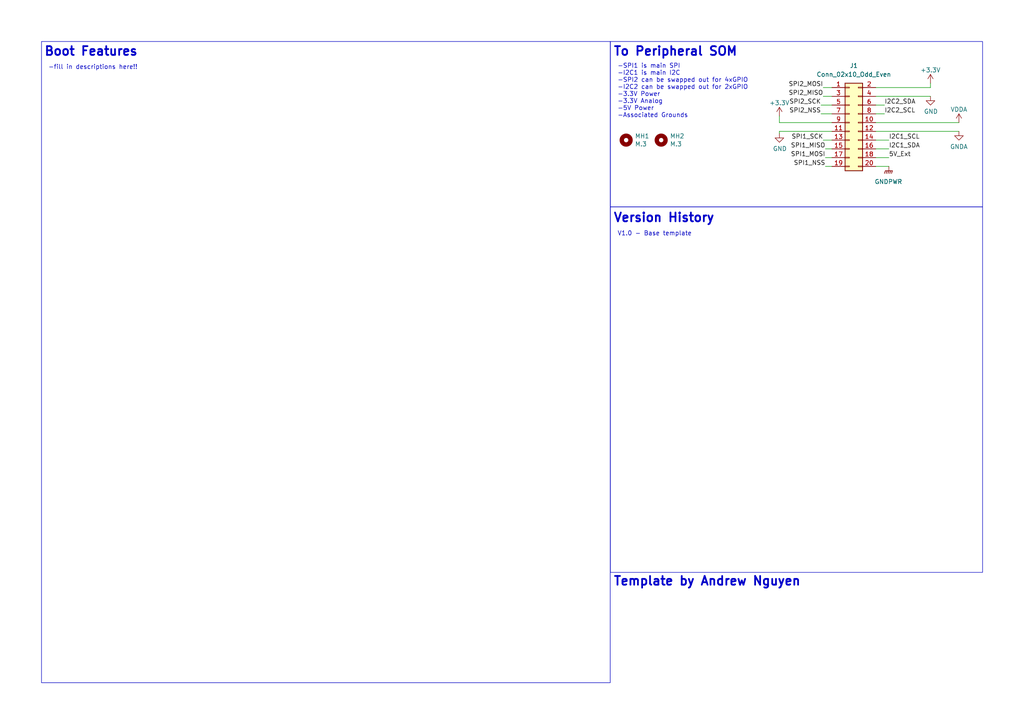
<source format=kicad_sch>
(kicad_sch (version 20230121) (generator eeschema)
  (paper "A4")
  (lib_symbols
    (symbol "Connector_Generic:Conn_02x10_Odd_Even" (pin_names (offset 1.016) hide)
      (property "Reference" "J" (at 1.27 12.7 0))
      (property "Value" "Conn_02x10_Odd_Even" (at 1.27 -15.24 0))
      (symbol "Conn_02x10_Odd_Even_1_1"
        (rectangle (start -1.27 -12.573) (end 0 -12.827) (stroke (width 0.1524)))
        (rectangle (start -1.27 -10.033) (end 0 -10.287) (stroke (width 0.1524)))
        (rectangle (start -1.27 -7.493) (end 0 -7.747) (stroke (width 0.1524)))
        (rectangle (start -1.27 -4.953) (end 0 -5.207) (stroke (width 0.1524)))
        (rectangle (start -1.27 -2.413) (end 0 -2.667) (stroke (width 0.1524)))
        (rectangle (start -1.27 0.127) (end 0 -0.127) (stroke (width 0.1524)))
        (rectangle (start -1.27 2.667) (end 0 2.413) (stroke (width 0.1524)))
        (rectangle (start -1.27 5.207) (end 0 4.953) (stroke (width 0.1524)))
        (rectangle (start -1.27 7.747) (end 0 7.493) (stroke (width 0.1524)))
        (rectangle (start -1.27 10.287) (end 0 10.033) (stroke (width 0.1524)))
        (rectangle (start -1.27 11.43) (end 3.81 -13.97) (stroke (width 0.254)) (fill (type background)))
        (rectangle (start 3.81 -12.573) (end 2.54 -12.827) (stroke (width 0.1524)))
        (rectangle (start 3.81 -10.033) (end 2.54 -10.287) (stroke (width 0.1524)))
        (rectangle (start 3.81 -7.493) (end 2.54 -7.747) (stroke (width 0.1524)))
        (rectangle (start 3.81 -4.953) (end 2.54 -5.207) (stroke (width 0.1524)))
        (rectangle (start 3.81 -2.413) (end 2.54 -2.667) (stroke (width 0.1524)))
        (rectangle (start 3.81 0.127) (end 2.54 -0.127) (stroke (width 0.1524)))
        (rectangle (start 3.81 2.667) (end 2.54 2.413) (stroke (width 0.1524)))
        (rectangle (start 3.81 5.207) (end 2.54 4.953) (stroke (width 0.1524)))
        (rectangle (start 3.81 7.747) (end 2.54 7.493) (stroke (width 0.1524)))
        (rectangle (start 3.81 10.287) (end 2.54 10.033) (stroke (width 0.1524)))
        (pin passive line (at -5.08 10.16 0) (length 3.81) (name "Pin_1") (number "1"))
        (pin passive line (at 7.62 0 180) (length 3.81) (name "Pin_10") (number "10"))
        (pin passive line (at -5.08 -2.54 0) (length 3.81) (name "Pin_11") (number "11"))
        (pin passive line (at 7.62 -2.54 180) (length 3.81) (name "Pin_12") (number "12"))
        (pin passive line (at -5.08 -5.08 0) (length 3.81) (name "Pin_13") (number "13"))
        (pin passive line (at 7.62 -5.08 180) (length 3.81) (name "Pin_14") (number "14"))
        (pin passive line (at -5.08 -7.62 0) (length 3.81) (name "Pin_15") (number "15"))
        (pin passive line (at 7.62 -7.62 180) (length 3.81) (name "Pin_16") (number "16"))
        (pin passive line (at -5.08 -10.16 0) (length 3.81) (name "Pin_17") (number "17"))
        (pin passive line (at 7.62 -10.16 180) (length 3.81) (name "Pin_18") (number "18"))
        (pin passive line (at -5.08 -12.7 0) (length 3.81) (name "Pin_19") (number "19"))
        (pin passive line (at 7.62 10.16 180) (length 3.81) (name "Pin_2") (number "2"))
        (pin passive line (at 7.62 -12.7 180) (length 3.81) (name "Pin_20") (number "20"))
        (pin passive line (at -5.08 7.62 0) (length 3.81) (name "Pin_3") (number "3"))
        (pin passive line (at 7.62 7.62 180) (length 3.81) (name "Pin_4") (number "4"))
        (pin passive line (at -5.08 5.08 0) (length 3.81) (name "Pin_5") (number "5"))
        (pin passive line (at 7.62 5.08 180) (length 3.81) (name "Pin_6") (number "6"))
        (pin passive line (at -5.08 2.54 0) (length 3.81) (name "Pin_7") (number "7"))
        (pin passive line (at 7.62 2.54 180) (length 3.81) (name "Pin_8") (number "8"))
        (pin passive line (at -5.08 0 0) (length 3.81) (name "Pin_9") (number "9"))
      )
    )
    (symbol "Mechanical:MountingHole" (pin_names (offset 1.016))
      (property "Reference" "H" (at 0 5.08 0))
      (property "Value" "MountingHole" (at 0 3.175 0))
      (symbol "MountingHole_0_1"
        (circle (center 0 0) (radius 1.27) (stroke (width 1.27)))
      )
    )
    (symbol "power:+3.3V" (power) (pin_names (offset 0))
      (property "Value" "+3.3V" (at 0 3.556 0))
      (symbol "+3.3V_0_1"
        (polyline (pts (xy -0.762 1.27) (xy 0 2.54)))
        (polyline (pts (xy 0 0) (xy 0 2.54)))
        (polyline (pts (xy 0 2.54) (xy 0.762 1.27)))
      )
      (symbol "+3.3V_1_1"
        (pin power_in line (at 0 0 90) (length 0) hide (name "+3.3V") (number "1"))
      )
    )
    (symbol "power:GND" (power) (pin_names (offset 0))
      (property "Value" "GND" (at 0 -3.81 0))
      (symbol "GND_0_1"
        (polyline (pts (xy 0 0) (xy 0 -1.27) (xy 1.27 -1.27) (xy 0 -2.54) (xy -1.27 -1.27) (xy 0 -1.27)))
      )
      (symbol "GND_1_1"
        (pin power_in line (at 0 0 270) (length 0) hide (name "GND") (number "1"))
      )
    )
    (symbol "power:GNDA" (power) (pin_names (offset 0))
      (property "Value" "GNDA" (at 0 -3.81 0))
      (symbol "GNDA_0_1"
        (polyline (pts (xy 0 0) (xy 0 -1.27) (xy 1.27 -1.27) (xy 0 -2.54) (xy -1.27 -1.27) (xy 0 -1.27)))
      )
      (symbol "GNDA_1_1"
        (pin power_in line (at 0 0 270) (length 0) hide (name "GNDA") (number "1"))
      )
    )
    (symbol "power:GNDPWR" (power) (pin_names (offset 0))
      (property "Value" "GNDPWR" (at 0 -3.302 0))
      (symbol "GNDPWR_0_1"
        (polyline (pts (xy 0 -1.27) (xy 0 0)))
        (polyline (pts (xy -1.016 -1.27) (xy -1.27 -2.032) (xy -1.27 -2.032)) (stroke (width 0.2032)))
        (polyline (pts (xy -0.508 -1.27) (xy -0.762 -2.032) (xy -0.762 -2.032)) (stroke (width 0.2032)))
        (polyline (pts (xy 0 -1.27) (xy -0.254 -2.032) (xy -0.254 -2.032)) (stroke (width 0.2032)))
        (polyline (pts (xy 0.508 -1.27) (xy 0.254 -2.032) (xy 0.254 -2.032)) (stroke (width 0.2032)))
        (polyline (pts (xy 1.016 -1.27) (xy -1.016 -1.27) (xy -1.016 -1.27)) (stroke (width 0.2032)))
        (polyline (pts (xy 1.016 -1.27) (xy 0.762 -2.032) (xy 0.762 -2.032) (xy 0.762 -2.032)) (stroke (width 0.2032)))
      )
      (symbol "GNDPWR_1_1"
        (pin power_in line (at 0 0 270) (length 0) hide (name "GNDPWR") (number "1"))
      )
    )
    (symbol "power:VDDA" (power) (pin_names (offset 0))
      (property "Value" "VDDA" (at 0 3.81 0))
      (symbol "VDDA_0_1"
        (polyline (pts (xy -0.762 1.27) (xy 0 2.54)))
        (polyline (pts (xy 0 0) (xy 0 2.54)))
        (polyline (pts (xy 0 2.54) (xy 0.762 1.27)))
      )
      (symbol "VDDA_1_1"
        (pin power_in line (at 0 0 90) (length 0) hide (name "VDDA") (number "1"))
      )
    )
  )
  (wire (pts (xy 254 27.94) (xy 269.875 27.94)))
  (wire (pts (xy 254 48.26) (xy 257.81 48.26)))
  (wire (pts (xy 254 40.64) (xy 257.81 40.64)))
  (wire (pts (xy 254 45.72) (xy 257.81 45.72)))
  (wire (pts (xy 254 25.4) (xy 269.875 25.4)))
  (wire (pts (xy 254 30.48) (xy 256.54 30.48)))
  (wire (pts (xy 269.875 25.4) (xy 269.875 24.13)))
  (wire (pts (xy 238.125 33.02) (xy 241.3 33.02)))
  (wire (pts (xy 239.395 48.26) (xy 241.3 48.26)))
  (wire (pts (xy 239.395 43.18) (xy 241.3 43.18)))
  (wire (pts (xy 238.76 40.64) (xy 241.3 40.64)))
  (wire (pts (xy 278.13 38.1) (xy 254 38.1)))
  (wire (pts (xy 226.06 38.1) (xy 241.3 38.1)))
  (wire (pts (xy 238.125 30.48) (xy 241.3 30.48)))
  (wire (pts (xy 226.06 35.56) (xy 241.3 35.56)))
  (wire (pts (xy 239.395 45.72) (xy 241.3 45.72)))
  (wire (pts (xy 278.13 35.56) (xy 254 35.56)))
  (wire (pts (xy 226.06 38.1) (xy 226.06 38.735)))
  (wire (pts (xy 254 33.02) (xy 256.54 33.02)))
  (wire (pts (xy 238.76 27.94) (xy 241.3 27.94)))
  (wire (pts (xy 226.06 33.655) (xy 226.06 35.56)))
  (wire (pts (xy 238.76 25.4) (xy 241.3 25.4)))
  (wire (pts (xy 254 43.18) (xy 257.81 43.18)))
  (rectangle (start 12.0396 12.0396) (end 176.9872 198.0184))
  (rectangle (start 177.038 59.9948) (end 284.988 166.0144))
  (rectangle (start 177.038 12.0396) (end 284.988 59.9948))
  (text "To Peripheral SOM" (at 177.8 16.51 0) (effects (font (size 2.54 2.54) (thickness 0.508) bold) (justify left bottom)))
  (text "-fill in descriptions here!!" (at 13.97 20.32 0) (effects (font (size 1.27 1.27)) (justify left bottom)))
  (text "Template by Andrew Nguyen" (at 177.8 170.18 0) (effects (font (size 2.54 2.54) (thickness 0.508) bold) (justify left bottom)))
  (text "Boot Features" (at 12.7 16.51 0) (effects (font (size 2.54 2.54) (thickness 0.508) bold) (justify left bottom)))
  (text "-SPI1 is main SPI\n-I2C1 is main I2C\n-SPI2 can be swapped out for 4xGPIO\n-I2C2 can be swapped out for 2xGPIO\n-3.3V Power\n-3.3V Analog\n-5V Power\n-Associated Grounds" (at 179.07 34.29 0) (effects (font (size 1.27 1.27)) (justify left bottom)))
  (text "V1.0 - Base template" (at 179.07 68.58 0) (effects (font (size 1.27 1.27)) (justify left bottom)))
  (text "Version History" (at 177.8 64.77 0) (effects (font (size 2.54 2.54) (thickness 0.508) bold) (justify left bottom)))
  (label "SPI2_MOSI" (at 238.76 25.4 180))
  (label "I2C1_SDA" (at 257.81 43.18 0))
  (label "SPI1_MOSI" (at 239.395 45.72 180))
  (label "SPI1_NSS" (at 239.395 48.26 180))
  (label "SPI1_MISO" (at 239.395 43.18 180))
  (label "I2C2_SCL" (at 256.54 33.02 0))
  (label "5V_Ext" (at 257.81 45.72 0))
  (label "I2C2_SDA" (at 256.54 30.48 0))
  (label "SPI2_MISO" (at 238.76 27.94 180))
  (label "SPI1_SCK" (at 238.76 40.64 180))
  (label "I2C1_SCL" (at 257.81 40.64 0))
  (label "SPI2_SCK" (at 238.125 30.48 180))
  (label "SPI2_NSS" (at 238.125 33.02 180))
  (symbol (lib_id "Connector_Generic:Conn_02x10_Odd_Even") (at 246.38 35.56 0) (unit 1)
    (property "Reference" "J1" (at 247.65 19.05 0))
    (property "Value" "Conn_02x10_Odd_Even" (at 247.65 21.59 0))
    (property "Footprint" "UTSVT_Connectors:Molex_53307-2071" (effects hide))
    (property "Datasheet" "https://tools.molex.com/pdm_docs/sd/533072071_sd.pdf" (effects hide))
    (property "P/N" "53307-2071" (effects hide))
  )
  (symbol (lib_id "power:GNDA") (at 278.13 38.1 0) (unit 1)
    (property "Reference" "#PWR07" (effects hide))
    (property "Value" "GNDA" (at 278.13 42.545 0))
  )
  (symbol (lib_id "power:GND") (at 269.875 27.94 0) (unit 1)
    (property "Reference" "#PWR05" (effects hide))
    (property "Value" "GND" (at 270.002 32.3342 0))
  )
  (symbol (lib_id "power:+3.3V") (at 269.875 24.13 0) (unit 1)
    (property "Reference" "#PWR04" (effects hide))
    (property "Value" "+3.3V" (at 269.875 20.32 0))
  )
  (symbol (lib_id "power:+3.3V") (at 226.06 33.655 0) (unit 1)
    (property "Reference" "#PWR01" (effects hide))
    (property "Value" "+3.3V" (at 226.06 29.845 0))
  )
  (symbol (lib_id "power:GND") (at 226.06 38.735 0) (unit 1)
    (property "Reference" "#PWR02" (effects hide))
    (property "Value" "GND" (at 226.187 43.1292 0))
  )
  (symbol (lib_id "Mechanical:MountingHole") (at 181.61 40.64 0) (unit 1)
    (property "Reference" "MH1" (at 184.15 39.4716 0) (effects (justify left)))
    (property "Value" "M.3" (at 184.15 41.783 0) (effects (justify left)))
    (property "Footprint" "MountingHole:MountingHole_3mm" (effects hide))
  )
  (symbol (lib_id "Mechanical:MountingHole") (at 191.77 40.64 0) (unit 1)
    (property "Reference" "MH2" (at 194.31 39.4716 0) (effects (justify left)))
    (property "Value" "M.3" (at 194.31 41.783 0) (effects (justify left)))
    (property "Footprint" "MountingHole:MountingHole_3mm" (effects hide))
  )
  (symbol (lib_id "power:GNDPWR") (at 257.81 48.26 0) (unit 1)
    (property "Reference" "#PWR03" (effects hide))
    (property "Value" "GNDPWR" (at 257.683 52.705 0))
  )
  (symbol (lib_id "power:VDDA") (at 278.13 35.56 0) (unit 1)
    (property "Reference" "#PWR06" (effects hide))
    (property "Value" "VDDA" (at 278.13 31.75 0))
  )
)
</source>
